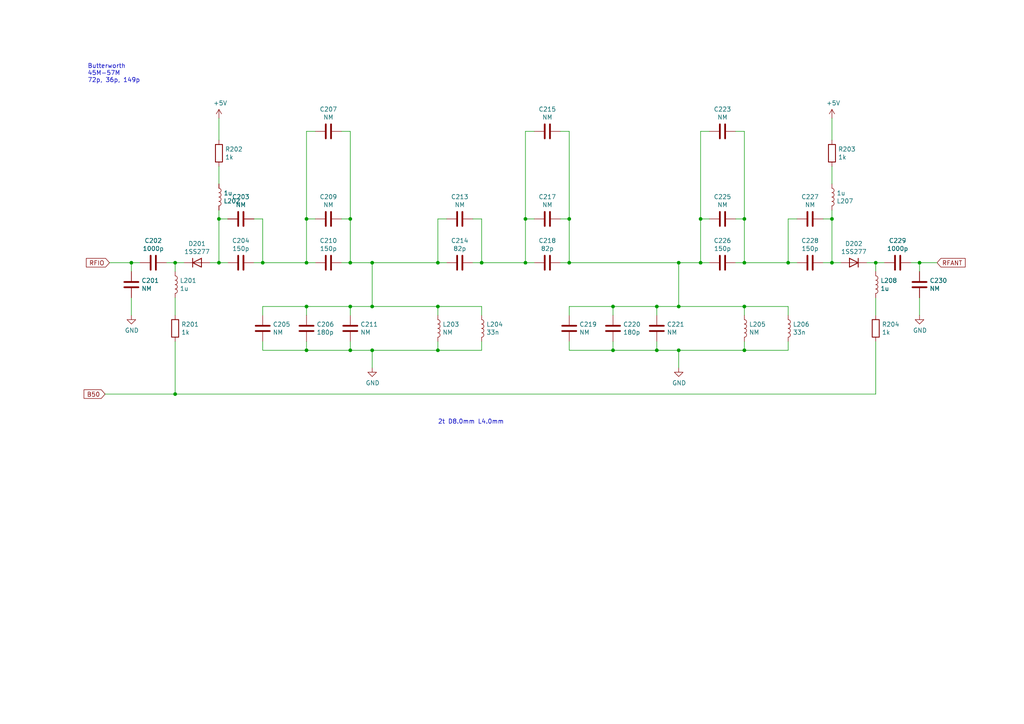
<source format=kicad_sch>
(kicad_sch (version 20211123) (generator eeschema)
  (paper "A4")
  (title_block (title "FM QRP TRCV") (date "2022-03-12") (rev "1") (company "JK1MLY / PRUG"))
  (lib_symbols
    (symbol "Device:C" (pin_numbers hide) (pin_names (offset 0.254))
      (property "Reference" "C" (at 0.635 2.54 0))
      (property "Value" "C" (at 0.635 -2.54 0))
      (symbol "C_0_1"
        (polyline (pts (xy -2.032 -0.762) (xy 2.032 -0.762)) (stroke (width 0.508)))
        (polyline (pts (xy -2.032 0.762) (xy 2.032 0.762)) (stroke (width 0.508)))
      )
      (symbol "C_1_1"
        (pin passive line (at 0 3.81 270) (length 2.794) (name "~") (number "1"))
        (pin passive line (at 0 -3.81 90) (length 2.794) (name "~") (number "2"))
      )
    )
    (symbol "Device:D" (pin_numbers hide) (pin_names (offset 1.016) hide)
      (property "Reference" "D" (at 0 2.54 0))
      (property "Value" "D" (at 0 -2.54 0))
      (symbol "D_0_1"
        (polyline (pts (xy -1.27 1.27) (xy -1.27 -1.27)) (stroke (width 0.254)))
        (polyline (pts (xy 1.27 0) (xy -1.27 0)))
        (polyline (pts (xy 1.27 1.27) (xy 1.27 -1.27) (xy -1.27 0) (xy 1.27 1.27)) (stroke (width 0.254)))
      )
      (symbol "D_1_1"
        (pin passive line (at -3.81 0 0) (length 2.54) (name "K") (number "1"))
        (pin passive line (at 3.81 0 180) (length 2.54) (name "A") (number "2"))
      )
    )
    (symbol "Device:L" (pin_numbers hide) (pin_names (offset 1.016) hide)
      (property "Reference" "L" (at -1.27 0 90))
      (property "Value" "L" (at 1.905 0 90))
      (symbol "L_0_1"
        (arc (start 0 -2.54) (mid 0.635 -1.905) (end 0 -1.27))
        (arc (start 0 -1.27) (mid 0.635 -0.635) (end 0 0))
        (arc (start 0 0) (mid 0.635 0.635) (end 0 1.27))
        (arc (start 0 1.27) (mid 0.635 1.905) (end 0 2.54))
      )
      (symbol "L_1_1"
        (pin passive line (at 0 3.81 270) (length 1.27) (name "1") (number "1"))
        (pin passive line (at 0 -3.81 90) (length 1.27) (name "2") (number "2"))
      )
    )
    (symbol "Device:R" (pin_numbers hide) (pin_names (offset 0))
      (property "Reference" "R" (at 2.032 0 90))
      (property "Value" "R" (at 0 0 90))
      (symbol "R_0_1"
        (rectangle (start -1.016 -2.54) (end 1.016 2.54) (stroke (width 0.254)))
      )
      (symbol "R_1_1"
        (pin passive line (at 0 3.81 270) (length 1.27) (name "~") (number "1"))
        (pin passive line (at 0 -3.81 90) (length 1.27) (name "~") (number "2"))
      )
    )
    (symbol "power:+5V" (power) (pin_names (offset 0))
      (property "Value" "+5V" (at 0 3.556 0))
      (symbol "+5V_0_1"
        (polyline (pts (xy -0.762 1.27) (xy 0 2.54)))
        (polyline (pts (xy 0 0) (xy 0 2.54)))
        (polyline (pts (xy 0 2.54) (xy 0.762 1.27)))
      )
      (symbol "+5V_1_1"
        (pin power_in line (at 0 0 90) (length 0) hide (name "+5V") (number "1"))
      )
    )
    (symbol "power:GND" (power) (pin_names (offset 0))
      (property "Value" "GND" (at 0 -3.81 0))
      (symbol "GND_0_1"
        (polyline (pts (xy 0 0) (xy 0 -1.27) (xy 1.27 -1.27) (xy 0 -2.54) (xy -1.27 -1.27) (xy 0 -1.27)))
      )
      (symbol "GND_1_1"
        (pin power_in line (at 0 0 270) (length 0) hide (name "GND") (number "1"))
      )
    )
  )
  (junction (at 152.4 63.5))
  (junction (at 107.95 101.6))
  (junction (at 241.3 63.5))
  (junction (at 101.6 76.2))
  (junction (at 107.95 76.2))
  (junction (at 107.95 88.9))
  (junction (at 127 88.9))
  (junction (at 203.2 76.2))
  (junction (at 165.1 76.2))
  (junction (at 63.5 63.5))
  (junction (at 139.7 76.2))
  (junction (at 76.2 76.2))
  (junction (at 101.6 101.6))
  (junction (at 215.9 63.5))
  (junction (at 254 76.2))
  (junction (at 127 76.2))
  (junction (at 50.8 114.3))
  (junction (at 165.1 63.5))
  (junction (at 101.6 88.9))
  (junction (at 152.4 76.2))
  (junction (at 101.6 63.5))
  (junction (at 88.9 88.9))
  (junction (at 190.5 101.6))
  (junction (at 88.9 101.6))
  (junction (at 215.9 101.6))
  (junction (at 196.85 88.9))
  (junction (at 196.85 101.6))
  (junction (at 241.3 76.2))
  (junction (at 190.5 88.9))
  (junction (at 50.8 76.2))
  (junction (at 196.85 76.2))
  (junction (at 38.1 76.2))
  (junction (at 228.6 76.2))
  (junction (at 88.9 76.2))
  (junction (at 88.9 63.5))
  (junction (at 215.9 76.2))
  (junction (at 127 101.6))
  (junction (at 203.2 63.5))
  (junction (at 177.8 88.9))
  (junction (at 266.7 76.2))
  (junction (at 177.8 101.6))
  (junction (at 63.5 76.2))
  (junction (at 215.9 88.9))
  (wire (pts (xy 228.6 76.2) (xy 231.14 76.2)))
  (wire (pts (xy 88.9 88.9) (xy 101.6 88.9)))
  (wire (pts (xy 177.8 88.9) (xy 177.8 91.44)))
  (wire (pts (xy 152.4 38.1) (xy 152.4 63.5)))
  (wire (pts (xy 228.6 101.6) (xy 228.6 99.06)))
  (wire (pts (xy 241.3 63.5) (xy 241.3 76.2)))
  (wire (pts (xy 241.3 60.96) (xy 241.3 63.5)))
  (wire (pts (xy 203.2 63.5) (xy 203.2 76.2)))
  (wire (pts (xy 139.7 76.2) (xy 152.4 76.2)))
  (wire (pts (xy 162.56 63.5) (xy 165.1 63.5)))
  (wire (pts (xy 88.9 38.1) (xy 88.9 63.5)))
  (wire (pts (xy 215.9 88.9) (xy 228.6 88.9)))
  (wire (pts (xy 177.8 88.9) (xy 190.5 88.9)))
  (wire (pts (xy 241.3 48.26) (xy 241.3 53.34)))
  (wire (pts (xy 127 63.5) (xy 127 76.2)))
  (wire (pts (xy 165.1 76.2) (xy 162.56 76.2)))
  (wire (pts (xy 107.95 106.68) (xy 107.95 101.6)))
  (wire (pts (xy 127 99.06) (xy 127 101.6)))
  (wire (pts (xy 154.94 63.5) (xy 152.4 63.5)))
  (wire (pts (xy 266.7 78.74) (xy 266.7 76.2)))
  (wire (pts (xy 38.1 76.2) (xy 38.1 78.74)))
  (wire (pts (xy 251.46 76.2) (xy 254 76.2)))
  (wire (pts (xy 154.94 38.1) (xy 152.4 38.1)))
  (wire (pts (xy 241.3 76.2) (xy 243.84 76.2)))
  (wire (pts (xy 127 76.2) (xy 129.54 76.2)))
  (wire (pts (xy 190.5 91.44) (xy 190.5 88.9)))
  (wire (pts (xy 213.36 76.2) (xy 215.9 76.2)))
  (wire (pts (xy 231.14 63.5) (xy 228.6 63.5)))
  (wire (pts (xy 76.2 76.2) (xy 88.9 76.2)))
  (wire (pts (xy 99.06 38.1) (xy 101.6 38.1)))
  (wire (pts (xy 101.6 63.5) (xy 101.6 76.2)))
  (wire (pts (xy 241.3 34.29) (xy 241.3 40.64)))
  (wire (pts (xy 165.1 99.06) (xy 165.1 101.6)))
  (wire (pts (xy 238.76 63.5) (xy 241.3 63.5)))
  (wire (pts (xy 101.6 76.2) (xy 107.95 76.2)))
  (wire (pts (xy 215.9 91.44) (xy 215.9 88.9)))
  (wire (pts (xy 228.6 63.5) (xy 228.6 76.2)))
  (wire (pts (xy 190.5 99.06) (xy 190.5 101.6)))
  (wire (pts (xy 238.76 76.2) (xy 241.3 76.2)))
  (wire (pts (xy 266.7 76.2) (xy 264.16 76.2)))
  (wire (pts (xy 63.5 48.26) (xy 63.5 53.34)))
  (wire (pts (xy 213.36 38.1) (xy 215.9 38.1)))
  (wire (pts (xy 101.6 88.9) (xy 107.95 88.9)))
  (wire (pts (xy 266.7 86.36) (xy 266.7 91.44)))
  (wire (pts (xy 38.1 86.36) (xy 38.1 91.44)))
  (wire (pts (xy 31.75 76.2) (xy 38.1 76.2)))
  (wire (pts (xy 190.5 88.9) (xy 196.85 88.9)))
  (wire (pts (xy 50.8 76.2) (xy 48.26 76.2)))
  (wire (pts (xy 76.2 76.2) (xy 73.66 76.2)))
  (wire (pts (xy 254 86.36) (xy 254 91.44)))
  (wire (pts (xy 162.56 38.1) (xy 165.1 38.1)))
  (wire (pts (xy 196.85 88.9) (xy 215.9 88.9)))
  (wire (pts (xy 137.16 63.5) (xy 139.7 63.5)))
  (wire (pts (xy 254 76.2) (xy 254 78.74)))
  (wire (pts (xy 213.36 63.5) (xy 215.9 63.5)))
  (wire (pts (xy 165.1 101.6) (xy 177.8 101.6)))
  (wire (pts (xy 76.2 63.5) (xy 76.2 76.2)))
  (wire (pts (xy 91.44 38.1) (xy 88.9 38.1)))
  (wire (pts (xy 254 114.3) (xy 254 99.06)))
  (wire (pts (xy 63.5 76.2) (xy 66.04 76.2)))
  (wire (pts (xy 256.54 76.2) (xy 254 76.2)))
  (wire (pts (xy 203.2 76.2) (xy 205.74 76.2)))
  (wire (pts (xy 215.9 101.6) (xy 228.6 101.6)))
  (wire (pts (xy 101.6 91.44) (xy 101.6 88.9)))
  (wire (pts (xy 215.9 99.06) (xy 215.9 101.6)))
  (wire (pts (xy 165.1 88.9) (xy 177.8 88.9)))
  (wire (pts (xy 63.5 34.29) (xy 63.5 40.64)))
  (wire (pts (xy 88.9 63.5) (xy 88.9 76.2)))
  (wire (pts (xy 152.4 63.5) (xy 152.4 76.2)))
  (wire (pts (xy 129.54 63.5) (xy 127 63.5)))
  (wire (pts (xy 107.95 101.6) (xy 127 101.6)))
  (wire (pts (xy 76.2 101.6) (xy 88.9 101.6)))
  (wire (pts (xy 30.48 114.3) (xy 50.8 114.3)))
  (wire (pts (xy 127 101.6) (xy 139.7 101.6)))
  (wire (pts (xy 53.34 76.2) (xy 50.8 76.2)))
  (wire (pts (xy 177.8 101.6) (xy 190.5 101.6)))
  (wire (pts (xy 165.1 63.5) (xy 165.1 76.2)))
  (wire (pts (xy 139.7 101.6) (xy 139.7 99.06)))
  (wire (pts (xy 139.7 88.9) (xy 139.7 91.44)))
  (wire (pts (xy 91.44 63.5) (xy 88.9 63.5)))
  (wire (pts (xy 73.66 63.5) (xy 76.2 63.5)))
  (wire (pts (xy 190.5 101.6) (xy 196.85 101.6)))
  (wire (pts (xy 177.8 99.06) (xy 177.8 101.6)))
  (wire (pts (xy 40.64 76.2) (xy 38.1 76.2)))
  (wire (pts (xy 50.8 86.36) (xy 50.8 91.44)))
  (wire (pts (xy 165.1 91.44) (xy 165.1 88.9)))
  (wire (pts (xy 203.2 76.2) (xy 196.85 76.2)))
  (wire (pts (xy 196.85 101.6) (xy 215.9 101.6)))
  (wire (pts (xy 60.96 76.2) (xy 63.5 76.2)))
  (wire (pts (xy 107.95 76.2) (xy 127 76.2)))
  (wire (pts (xy 205.74 38.1) (xy 203.2 38.1)))
  (wire (pts (xy 76.2 91.44) (xy 76.2 88.9)))
  (wire (pts (xy 137.16 76.2) (xy 139.7 76.2)))
  (wire (pts (xy 88.9 99.06) (xy 88.9 101.6)))
  (wire (pts (xy 107.95 88.9) (xy 127 88.9)))
  (wire (pts (xy 101.6 99.06) (xy 101.6 101.6)))
  (wire (pts (xy 63.5 60.96) (xy 63.5 63.5)))
  (wire (pts (xy 50.8 76.2) (xy 50.8 78.74)))
  (wire (pts (xy 196.85 106.68) (xy 196.85 101.6)))
  (wire (pts (xy 196.85 76.2) (xy 196.85 88.9)))
  (wire (pts (xy 165.1 76.2) (xy 196.85 76.2)))
  (wire (pts (xy 88.9 76.2) (xy 91.44 76.2)))
  (wire (pts (xy 271.78 76.2) (xy 266.7 76.2)))
  (wire (pts (xy 215.9 76.2) (xy 228.6 76.2)))
  (wire (pts (xy 50.8 99.06) (xy 50.8 114.3)))
  (wire (pts (xy 127 91.44) (xy 127 88.9)))
  (wire (pts (xy 152.4 76.2) (xy 154.94 76.2)))
  (wire (pts (xy 76.2 88.9) (xy 88.9 88.9)))
  (wire (pts (xy 228.6 88.9) (xy 228.6 91.44)))
  (wire (pts (xy 215.9 63.5) (xy 215.9 76.2)))
  (wire (pts (xy 101.6 101.6) (xy 107.95 101.6)))
  (wire (pts (xy 127 88.9) (xy 139.7 88.9)))
  (wire (pts (xy 76.2 99.06) (xy 76.2 101.6)))
  (wire (pts (xy 99.06 63.5) (xy 101.6 63.5)))
  (wire (pts (xy 88.9 101.6) (xy 101.6 101.6)))
  (wire (pts (xy 101.6 38.1) (xy 101.6 63.5)))
  (wire (pts (xy 205.74 63.5) (xy 203.2 63.5)))
  (wire (pts (xy 101.6 76.2) (xy 99.06 76.2)))
  (wire (pts (xy 215.9 38.1) (xy 215.9 63.5)))
  (wire (pts (xy 203.2 38.1) (xy 203.2 63.5)))
  (wire (pts (xy 50.8 114.3) (xy 254 114.3)))
  (wire (pts (xy 66.04 63.5) (xy 63.5 63.5)))
  (wire (pts (xy 107.95 76.2) (xy 107.95 88.9)))
  (wire (pts (xy 139.7 63.5) (xy 139.7 76.2)))
  (wire (pts (xy 88.9 88.9) (xy 88.9 91.44)))
  (wire (pts (xy 165.1 38.1) (xy 165.1 63.5)))
  (wire (pts (xy 63.5 63.5) (xy 63.5 76.2)))
  (text "Butterworth\n45M-57M\n72p, 36p, 149p" (at 25.4 24.13 0) (effects (font (size 1.27 1.27)) (justify left bottom)))
  (text "2t D8.0mm L4.0mm " (at 127 123.19 0) (effects (font (size 1.27 1.27)) (justify left bottom)))
  (global_label "RFIO" (shape input) (at 31.75 76.2 180) (property "Intersheet References" "${INTERSHEET_REFS}" (effects hide)))
  (global_label "RFANT" (shape input) (at 271.78 76.2 0) (property "Intersheet References" "${INTERSHEET_REFS}" (effects hide)))
  (global_label "B50" (shape input) (at 30.48 114.3 180) (property "Intersheet References" "${INTERSHEET_REFS}" (effects hide)))
  (symbol (lib_id "Device:C") (at 190.5 95.25 0) (unit 1)
    (property "Reference" "C221" (at 193.421 94.0816 0) (effects (justify left)))
    (property "Value" "NM" (at 193.421 96.393 0) (effects (justify left)))
    (property "Footprint" "digikey-footprints:0603" (effects hide))
  )
  (symbol (lib_id "Device:C") (at 158.75 63.5 90) (unit 1)
    (property "Reference" "C217" (at 158.75 57.0992 90))
    (property "Value" "NM" (at 158.75 59.4106 90))
    (property "Footprint" "digikey-footprints:0603" (effects hide))
  )
  (symbol (lib_id "Device:D") (at 57.15 76.2 0) (unit 1)
    (property "Reference" "D201" (at 57.15 70.6882 0))
    (property "Value" "1SS277" (at 57.15 72.9996 0))
    (property "Footprint" "Diode_THT:D_A-405_P2.54mm_Vertical_AnodeUp" (effects hide))
    (property "Datasheet" "I-10623" (effects hide))
  )
  (symbol (lib_id "Device:D") (at 247.65 76.2 0) (mirror y) (unit 1)
    (property "Reference" "D202" (at 247.65 70.6882 0))
    (property "Value" "1SS277" (at 247.65 72.9996 0))
    (property "Footprint" "Diode_THT:D_A-405_P2.54mm_Vertical_AnodeUp" (effects hide))
    (property "Datasheet" "I-10623" (effects hide))
  )
  (symbol (lib_id "Device:L") (at 215.9 95.25 0) (unit 1)
    (property "Reference" "L205" (at 217.2462 94.0816 0) (effects (justify left)))
    (property "Value" "NM" (at 217.2462 96.393 0) (effects (justify left)))
    (property "Footprint" "Inductor_SMD:L_Murata_LQH2MCNxxxx02_2.0x1.6mm" (effects hide))
  )
  (symbol (lib_id "Device:L") (at 254 82.55 0) (unit 1)
    (property "Reference" "L208" (at 255.3462 81.3816 0) (effects (justify left)))
    (property "Value" "1u" (at 255.3462 83.693 0) (effects (justify left)))
    (property "Footprint" "Resistor_THT:R_Axial_DIN0207_L6.3mm_D2.5mm_P2.54mm_Vertical" (effects hide))
    (property "Datasheet" "P-03961" (effects hide))
  )
  (symbol (lib_id "Device:R") (at 63.5 44.45 0) (unit 1)
    (property "Reference" "R202" (at 65.278 43.2816 0) (effects (justify left)))
    (property "Value" "1k" (at 65.278 45.593 0) (effects (justify left)))
    (property "Footprint" "Resistor_THT:R_Axial_DIN0207_L6.3mm_D2.5mm_P2.54mm_Vertical" (effects hide))
  )
  (symbol (lib_id "Device:R") (at 254 95.25 0) (unit 1)
    (property "Reference" "R204" (at 255.778 94.0816 0) (effects (justify left)))
    (property "Value" "1k" (at 255.778 96.393 0) (effects (justify left)))
    (property "Footprint" "Resistor_THT:R_Axial_DIN0207_L6.3mm_D2.5mm_P2.54mm_Vertical" (effects hide))
  )
  (symbol (lib_id "Device:C") (at 177.8 95.25 0) (unit 1)
    (property "Reference" "C220" (at 180.721 94.0816 0) (effects (justify left)))
    (property "Value" "180p" (at 180.721 96.393 0) (effects (justify left)))
    (property "Footprint" "Capacitor_THT:C_Disc_D3.4mm_W2.1mm_P2.50mm" (effects hide))
  )
  (symbol (lib_id "Device:C") (at 165.1 95.25 0) (unit 1)
    (property "Reference" "C219" (at 168.021 94.0816 0) (effects (justify left)))
    (property "Value" "NM" (at 168.021 96.393 0) (effects (justify left)))
    (property "Footprint" "digikey-footprints:0603" (effects hide))
  )
  (symbol (lib_id "Device:L") (at 228.6 95.25 0) (unit 1)
    (property "Reference" "L206" (at 229.9462 94.0816 0) (effects (justify left)))
    (property "Value" "33n" (at 229.9462 96.393 0) (effects (justify left)))
    (property "Footprint" "Resistor_THT:R_Axial_DIN0204_L3.6mm_D1.6mm_P5.08mm_Horizontal" (effects hide))
  )
  (symbol (lib_id "Device:C") (at 158.75 76.2 90) (unit 1)
    (property "Reference" "C218" (at 158.75 69.7992 90))
    (property "Value" "82p" (at 158.75 72.1106 90))
    (property "Footprint" "Capacitor_THT:C_Disc_D3.4mm_W2.1mm_P2.50mm" (effects hide))
  )
  (symbol (lib_id "Device:C") (at 133.35 76.2 90) (unit 1)
    (property "Reference" "C214" (at 133.35 69.7992 90))
    (property "Value" "82p" (at 133.35 72.1106 90))
    (property "Footprint" "Capacitor_THT:C_Disc_D3.4mm_W2.1mm_P2.50mm" (effects hide))
  )
  (symbol (lib_id "Device:C") (at 101.6 95.25 0) (unit 1)
    (property "Reference" "C211" (at 104.521 94.0816 0) (effects (justify left)))
    (property "Value" "NM" (at 104.521 96.393 0) (effects (justify left)))
    (property "Footprint" "digikey-footprints:0603" (effects hide))
  )
  (symbol (lib_id "Device:L") (at 127 95.25 0) (unit 1)
    (property "Reference" "L203" (at 128.3462 94.0816 0) (effects (justify left)))
    (property "Value" "NM" (at 128.3462 96.393 0) (effects (justify left)))
    (property "Footprint" "Inductor_SMD:L_Murata_LQH2MCNxxxx02_2.0x1.6mm" (effects hide))
  )
  (symbol (lib_id "Device:C") (at 88.9 95.25 0) (unit 1)
    (property "Reference" "C206" (at 91.821 94.0816 0) (effects (justify left)))
    (property "Value" "180p" (at 91.821 96.393 0) (effects (justify left)))
    (property "Footprint" "Capacitor_THT:C_Disc_D3.4mm_W2.1mm_P2.50mm" (effects hide))
  )
  (symbol (lib_id "Device:C") (at 76.2 95.25 0) (unit 1)
    (property "Reference" "C205" (at 79.121 94.0816 0) (effects (justify left)))
    (property "Value" "NM" (at 79.121 96.393 0) (effects (justify left)))
    (property "Footprint" "digikey-footprints:0603" (effects hide))
  )
  (symbol (lib_id "Device:L") (at 139.7 95.25 0) (unit 1)
    (property "Reference" "L204" (at 141.0462 94.0816 0) (effects (justify left)))
    (property "Value" "33n" (at 141.0462 96.393 0) (effects (justify left)))
    (property "Footprint" "Resistor_THT:R_Axial_DIN0204_L3.6mm_D1.6mm_P5.08mm_Horizontal" (effects hide))
  )
  (symbol (lib_id "Device:C") (at 95.25 63.5 90) (unit 1)
    (property "Reference" "C209" (at 95.25 57.0992 90))
    (property "Value" "NM" (at 95.25 59.4106 90))
    (property "Footprint" "digikey-footprints:0603" (effects hide))
  )
  (symbol (lib_id "Device:C") (at 95.25 76.2 90) (unit 1)
    (property "Reference" "C210" (at 95.25 69.7992 90))
    (property "Value" "150p" (at 95.25 72.1106 90))
    (property "Footprint" "Capacitor_THT:C_Disc_D3.4mm_W2.1mm_P2.50mm" (effects hide))
  )
  (symbol (lib_id "Device:C") (at 69.85 76.2 90) (unit 1)
    (property "Reference" "C204" (at 69.85 69.7992 90))
    (property "Value" "150p" (at 69.85 72.1106 90))
    (property "Footprint" "Capacitor_THT:C_Disc_D3.4mm_W2.1mm_P2.50mm" (effects hide))
  )
  (symbol (lib_id "Device:C") (at 209.55 63.5 90) (unit 1)
    (property "Reference" "C225" (at 209.55 57.0992 90))
    (property "Value" "NM" (at 209.55 59.4106 90))
    (property "Footprint" "digikey-footprints:0603" (effects hide))
  )
  (symbol (lib_id "Device:C") (at 209.55 76.2 90) (unit 1)
    (property "Reference" "C226" (at 209.55 69.7992 90))
    (property "Value" "150p" (at 209.55 72.1106 90))
    (property "Footprint" "Capacitor_THT:C_Disc_D3.4mm_W2.1mm_P2.50mm" (effects hide))
  )
  (symbol (lib_id "Device:C") (at 234.95 76.2 90) (unit 1)
    (property "Reference" "C228" (at 234.95 69.7992 90))
    (property "Value" "150p" (at 234.95 72.1106 90))
    (property "Footprint" "Capacitor_THT:C_Disc_D3.4mm_W2.1mm_P2.50mm" (effects hide))
  )
  (symbol (lib_id "Device:L") (at 50.8 82.55 0) (unit 1)
    (property "Reference" "L201" (at 52.1462 81.3816 0) (effects (justify left)))
    (property "Value" "1u" (at 52.1462 83.693 0) (effects (justify left)))
    (property "Footprint" "Resistor_THT:R_Axial_DIN0207_L6.3mm_D2.5mm_P2.54mm_Vertical" (effects hide))
    (property "Datasheet" "P-03961" (effects hide))
  )
  (symbol (lib_id "Device:R") (at 50.8 95.25 0) (unit 1)
    (property "Reference" "R201" (at 52.578 94.0816 0) (effects (justify left)))
    (property "Value" "1k" (at 52.578 96.393 0) (effects (justify left)))
    (property "Footprint" "Resistor_THT:R_Axial_DIN0207_L6.3mm_D2.5mm_P2.54mm_Vertical" (effects hide))
  )
  (symbol (lib_id "Device:L") (at 63.5 57.15 0) (mirror x) (unit 1)
    (property "Reference" "L202" (at 64.8462 58.3184 0) (effects (justify left)))
    (property "Value" "1u" (at 64.8462 56.007 0) (effects (justify left)))
    (property "Footprint" "Resistor_THT:R_Axial_DIN0207_L6.3mm_D2.5mm_P2.54mm_Vertical" (effects hide))
    (property "Datasheet" "P-03961" (effects hide))
  )
  (symbol (lib_id "Device:R") (at 241.3 44.45 0) (unit 1)
    (property "Reference" "R203" (at 243.078 43.2816 0) (effects (justify left)))
    (property "Value" "1k" (at 243.078 45.593 0) (effects (justify left)))
    (property "Footprint" "Resistor_THT:R_Axial_DIN0207_L6.3mm_D2.5mm_P2.54mm_Vertical" (effects hide))
  )
  (symbol (lib_id "Device:L") (at 241.3 57.15 0) (mirror x) (unit 1)
    (property "Reference" "L207" (at 242.6462 58.3184 0) (effects (justify left)))
    (property "Value" "1u" (at 242.6462 56.007 0) (effects (justify left)))
    (property "Footprint" "Resistor_THT:R_Axial_DIN0207_L6.3mm_D2.5mm_P2.54mm_Vertical" (effects hide))
    (property "Datasheet" "P-03961" (effects hide))
  )
  (symbol (lib_id "power:GND") (at 107.95 106.68 0) (unit 1)
    (property "Reference" "#PWR0204" (effects hide))
    (property "Value" "GND" (at 108.077 111.0742 0))
  )
  (symbol (lib_id "power:GND") (at 196.85 106.68 0) (unit 1)
    (property "Reference" "#PWR0205" (effects hide))
    (property "Value" "GND" (at 196.977 111.0742 0))
  )
  (symbol (lib_id "power:+5V") (at 63.5 34.29 0) (unit 1)
    (property "Reference" "#PWR0203" (effects hide))
    (property "Value" "+5V" (at 63.881 29.8958 0))
  )
  (symbol (lib_id "power:+5V") (at 241.3 34.29 0) (unit 1)
    (property "Reference" "#PWR0206" (effects hide))
    (property "Value" "+5V" (at 241.681 29.8958 0))
  )
  (symbol (lib_id "Device:C") (at 260.35 76.2 90) (unit 1)
    (property "Reference" "C229" (at 260.35 69.7992 90))
    (property "Value" "1000p" (at 260.35 72.1106 90))
    (property "Footprint" "Capacitor_THT:C_Disc_D3.4mm_W2.1mm_P2.50mm" (effects hide))
  )
  (symbol (lib_id "Device:C") (at 44.45 76.2 90) (unit 1)
    (property "Reference" "C202" (at 44.45 69.7992 90))
    (property "Value" "1000p" (at 44.45 72.1106 90))
    (property "Footprint" "Capacitor_THT:C_Disc_D3.4mm_W2.1mm_P2.50mm" (effects hide))
  )
  (symbol (lib_id "Device:C") (at 38.1 82.55 0) (unit 1)
    (property "Reference" "C201" (at 41.021 81.3816 0) (effects (justify left)))
    (property "Value" "NM" (at 41.021 83.693 0) (effects (justify left)))
    (property "Footprint" "Capacitor_THT:C_Disc_D3.4mm_W2.1mm_P2.50mm" (effects hide))
  )
  (symbol (lib_id "power:GND") (at 38.1 91.44 0) (unit 1)
    (property "Reference" "#PWR0201" (effects hide))
    (property "Value" "GND" (at 38.227 95.8342 0))
  )
  (symbol (lib_id "Device:C") (at 266.7 82.55 0) (unit 1)
    (property "Reference" "C230" (at 269.621 81.3816 0) (effects (justify left)))
    (property "Value" "NM" (at 269.621 83.693 0) (effects (justify left)))
    (property "Footprint" "Capacitor_THT:C_Disc_D3.4mm_W2.1mm_P2.50mm" (effects hide))
  )
  (symbol (lib_id "power:GND") (at 266.7 91.44 0) (unit 1)
    (property "Reference" "#PWR0208" (effects hide))
    (property "Value" "GND" (at 266.827 95.8342 0))
  )
  (symbol (lib_id "Device:C") (at 69.85 63.5 90) (unit 1)
    (property "Reference" "C203" (at 69.85 57.0992 90))
    (property "Value" "NM" (at 69.85 59.4106 90))
    (property "Footprint" "digikey-footprints:0603" (effects hide))
  )
  (symbol (lib_id "Device:C") (at 133.35 63.5 90) (unit 1)
    (property "Reference" "C213" (at 133.35 57.0992 90))
    (property "Value" "NM" (at 133.35 59.4106 90))
    (property "Footprint" "digikey-footprints:0603" (effects hide))
  )
  (symbol (lib_id "Device:C") (at 234.95 63.5 90) (unit 1)
    (property "Reference" "C227" (at 234.95 57.0992 90))
    (property "Value" "NM" (at 234.95 59.4106 90))
    (property "Footprint" "digikey-footprints:0603" (effects hide))
  )
  (symbol (lib_id "Device:C") (at 95.25 38.1 90) (unit 1)
    (property "Reference" "C207" (at 95.25 31.6992 90))
    (property "Value" "NM" (at 95.25 34.0106 90))
    (property "Footprint" "digikey-footprints:0603" (effects hide))
  )
  (symbol (lib_id "Device:C") (at 158.75 38.1 90) (unit 1)
    (property "Reference" "C215" (at 158.75 31.6992 90))
    (property "Value" "NM" (at 158.75 34.0106 90))
    (property "Footprint" "digikey-footprints:0603" (effects hide))
  )
  (symbol (lib_id "Device:C") (at 209.55 38.1 90) (unit 1)
    (property "Reference" "C223" (at 209.55 31.6992 90))
    (property "Value" "NM" (at 209.55 34.0106 90))
    (property "Footprint" "digikey-footprints:0603" (effects hide))
  )
)
</source>
